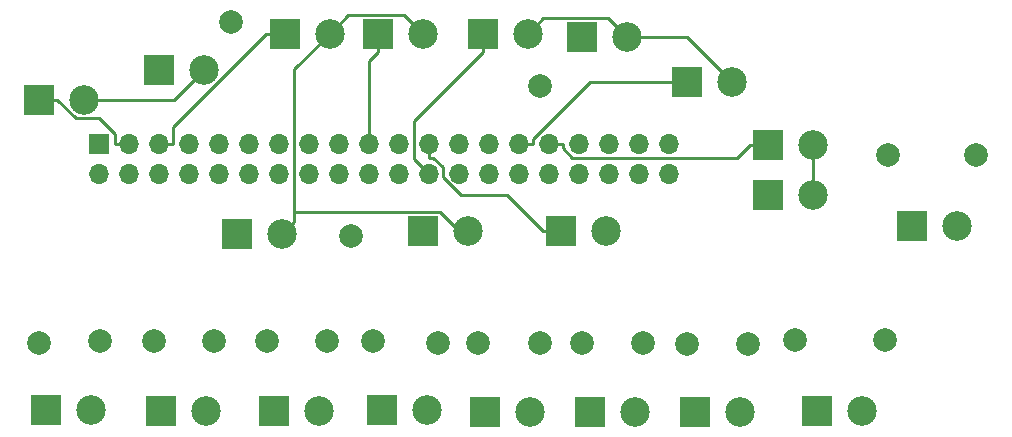
<source format=gbr>
G04 #@! TF.GenerationSoftware,KiCad,Pcbnew,5.1.2*
G04 #@! TF.CreationDate,2019-05-27T23:22:56-07:00*
G04 #@! TF.ProjectId,gloveProtoFinal,676c6f76-6550-4726-9f74-6f46696e616c,rev?*
G04 #@! TF.SameCoordinates,Original*
G04 #@! TF.FileFunction,Copper,L2,Bot*
G04 #@! TF.FilePolarity,Positive*
%FSLAX46Y46*%
G04 Gerber Fmt 4.6, Leading zero omitted, Abs format (unit mm)*
G04 Created by KiCad (PCBNEW 5.1.2) date 2019-05-27 23:22:56*
%MOMM*%
%LPD*%
G04 APERTURE LIST*
%ADD10C,2.000000*%
%ADD11C,2.499360*%
%ADD12R,2.499360X2.499360*%
%ADD13O,1.700000X1.700000*%
%ADD14R,1.700000X1.700000*%
%ADD15C,0.250000*%
G04 APERTURE END LIST*
D10*
X61849000Y-62865000D03*
X35687000Y-57404000D03*
X45847000Y-75565000D03*
X19431000Y-84582000D03*
X24638000Y-84455000D03*
X29210000Y-84455000D03*
X34290000Y-84455000D03*
X38735000Y-84455000D03*
X43815000Y-84455000D03*
X47752000Y-84455000D03*
X53213000Y-84582000D03*
X56642000Y-84582000D03*
X61849000Y-84582000D03*
X65405000Y-84582000D03*
X70612000Y-84582000D03*
X74295000Y-84709000D03*
X79502000Y-84709000D03*
X83439000Y-84328000D03*
X91059000Y-84328000D03*
X91313000Y-68707000D03*
X98806000Y-68707000D03*
D11*
X97184200Y-74721600D03*
D12*
X93374200Y-74721600D03*
X85318600Y-90322400D03*
D11*
X89128600Y-90322400D03*
D12*
X74970800Y-90423500D03*
D11*
X78780800Y-90423500D03*
D12*
X66080000Y-90405100D03*
D11*
X69890000Y-90405100D03*
X44094400Y-58394600D03*
D12*
X40284400Y-58394600D03*
D11*
X23266400Y-63982600D03*
D12*
X19456400Y-63982600D03*
X57246600Y-90405100D03*
D11*
X61056600Y-90405100D03*
D12*
X48494800Y-90293100D03*
D11*
X52304800Y-90293100D03*
D12*
X39351000Y-90328900D03*
D11*
X43161000Y-90328900D03*
D12*
X20061000Y-90297000D03*
D11*
X23871000Y-90297000D03*
D12*
X29829800Y-90328900D03*
D11*
X33639800Y-90328900D03*
X40081200Y-75336400D03*
D12*
X36271200Y-75336400D03*
D11*
X55829200Y-75082400D03*
D12*
X52019200Y-75082400D03*
D11*
X67513200Y-75082400D03*
D12*
X63703200Y-75082400D03*
D11*
X51968400Y-58394600D03*
D12*
X48158400Y-58394600D03*
D11*
X85039200Y-72034400D03*
D12*
X81229200Y-72034400D03*
D11*
X60858400Y-58394600D03*
D12*
X57048400Y-58394600D03*
D11*
X33426400Y-61442600D03*
D12*
X29616400Y-61442600D03*
D11*
X85039200Y-67843400D03*
D12*
X81229200Y-67843400D03*
D11*
X78130400Y-62458600D03*
D12*
X74320400Y-62458600D03*
D11*
X69240400Y-58648600D03*
D12*
X65430400Y-58648600D03*
D13*
X72783700Y-70256400D03*
X72783700Y-67716400D03*
X70243700Y-70256400D03*
X70243700Y-67716400D03*
X67703700Y-70256400D03*
X67703700Y-67716400D03*
X65163700Y-70256400D03*
X65163700Y-67716400D03*
X62623700Y-70256400D03*
X62623700Y-67716400D03*
X60083700Y-70256400D03*
X60083700Y-67716400D03*
X57543700Y-70256400D03*
X57543700Y-67716400D03*
X55003700Y-70256400D03*
X55003700Y-67716400D03*
X52463700Y-70256400D03*
X52463700Y-67716400D03*
X49923700Y-70256400D03*
X49923700Y-67716400D03*
X47383700Y-70256400D03*
X47383700Y-67716400D03*
X44843700Y-70256400D03*
X44843700Y-67716400D03*
X42303700Y-70256400D03*
X42303700Y-67716400D03*
X39763700Y-70256400D03*
X39763700Y-67716400D03*
X37223700Y-70256400D03*
X37223700Y-67716400D03*
X34683700Y-70256400D03*
X34683700Y-67716400D03*
X32143700Y-70256400D03*
X32143700Y-67716400D03*
X29603700Y-70256400D03*
X29603700Y-67716400D03*
X27063700Y-70256400D03*
X27063700Y-67716400D03*
X24523700Y-70256400D03*
D14*
X24523700Y-67716400D03*
D15*
X81229200Y-67843400D02*
X79654200Y-67843400D01*
X62623700Y-67716400D02*
X63799000Y-67716400D01*
X63799000Y-67716400D02*
X63799000Y-68083700D01*
X63799000Y-68083700D02*
X64630300Y-68915000D01*
X64630300Y-68915000D02*
X78582600Y-68915000D01*
X78582600Y-68915000D02*
X79654200Y-67843400D01*
X60083700Y-67716400D02*
X61259000Y-67716400D01*
X61259000Y-67716400D02*
X61259000Y-67349100D01*
X61259000Y-67349100D02*
X66149500Y-62458600D01*
X66149500Y-62458600D02*
X74320400Y-62458600D01*
X57048400Y-58394600D02*
X57048400Y-59969600D01*
X52463700Y-70256400D02*
X51248600Y-69041300D01*
X51248600Y-69041300D02*
X51248600Y-65769400D01*
X51248600Y-65769400D02*
X57048400Y-59969600D01*
X63703200Y-75082400D02*
X62128200Y-75082400D01*
X52463700Y-67716400D02*
X52463700Y-68891700D01*
X52463700Y-68891700D02*
X52831100Y-68891700D01*
X52831100Y-68891700D02*
X53639000Y-69699600D01*
X53639000Y-69699600D02*
X53639000Y-70557400D01*
X53639000Y-70557400D02*
X55166600Y-72085000D01*
X55166600Y-72085000D02*
X59130800Y-72085000D01*
X59130800Y-72085000D02*
X62128200Y-75082400D01*
X48158400Y-58394600D02*
X48158400Y-59969600D01*
X47383700Y-67716400D02*
X47383700Y-60744300D01*
X47383700Y-60744300D02*
X48158400Y-59969600D01*
X40284400Y-58394600D02*
X38709400Y-58394600D01*
X29603700Y-67716400D02*
X30779000Y-67716400D01*
X30779000Y-67716400D02*
X30779000Y-66325000D01*
X30779000Y-66325000D02*
X38709400Y-58394600D01*
X19456400Y-63982600D02*
X21031400Y-63982600D01*
X27063700Y-67716400D02*
X25888400Y-67716400D01*
X25888400Y-67716400D02*
X25888400Y-66908300D01*
X25888400Y-66908300D02*
X24537700Y-65557600D01*
X24537700Y-65557600D02*
X22606400Y-65557600D01*
X22606400Y-65557600D02*
X21031400Y-63982600D01*
X41078700Y-73507300D02*
X53438400Y-73507300D01*
X53438400Y-73507300D02*
X55013500Y-75082400D01*
X55013500Y-75082400D02*
X55829200Y-75082400D01*
X40081200Y-75336400D02*
X41078700Y-74338900D01*
X41078700Y-74338900D02*
X41078700Y-73507300D01*
X41078700Y-73507300D02*
X41078700Y-61410300D01*
X41078700Y-61410300D02*
X44094400Y-58394600D01*
X69240400Y-58648600D02*
X67665300Y-57073500D01*
X67665300Y-57073500D02*
X62179500Y-57073500D01*
X62179500Y-57073500D02*
X60858400Y-58394600D01*
X78130400Y-62458600D02*
X74320400Y-58648600D01*
X74320400Y-58648600D02*
X69240400Y-58648600D01*
X51968400Y-58394600D02*
X50393300Y-56819500D01*
X50393300Y-56819500D02*
X45669500Y-56819500D01*
X45669500Y-56819500D02*
X44094400Y-58394600D01*
X23266400Y-63982600D02*
X30886400Y-63982600D01*
X30886400Y-63982600D02*
X33426400Y-61442600D01*
X85039200Y-67843400D02*
X85039200Y-72034400D01*
M02*

</source>
